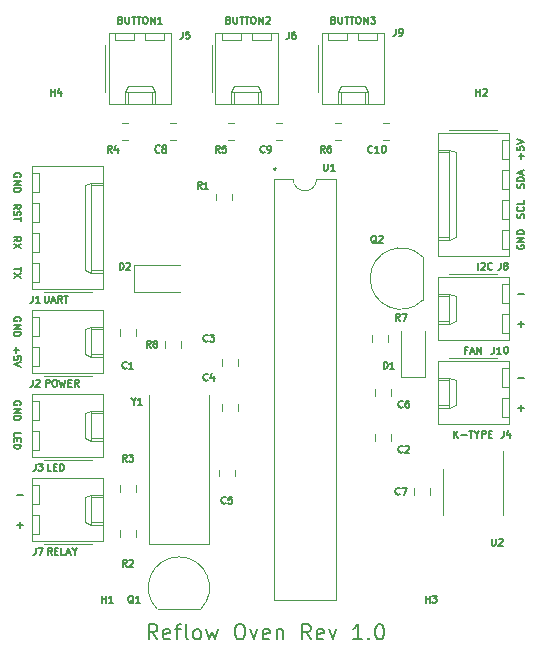
<source format=gbr>
%TF.GenerationSoftware,KiCad,Pcbnew,(5.1.6)-1*%
%TF.CreationDate,2021-03-31T20:23:18+03:00*%
%TF.ProjectId,reflow_oven,7265666c-6f77-45f6-9f76-656e2e6b6963,rev?*%
%TF.SameCoordinates,Original*%
%TF.FileFunction,Legend,Top*%
%TF.FilePolarity,Positive*%
%FSLAX46Y46*%
G04 Gerber Fmt 4.6, Leading zero omitted, Abs format (unit mm)*
G04 Created by KiCad (PCBNEW (5.1.6)-1) date 2021-03-31 20:23:18*
%MOMM*%
%LPD*%
G01*
G04 APERTURE LIST*
%ADD10C,0.150000*%
%ADD11C,0.120000*%
G04 APERTURE END LIST*
D10*
X56269142Y-52789142D02*
X56354857Y-52817714D01*
X56383428Y-52846285D01*
X56412000Y-52903428D01*
X56412000Y-52989142D01*
X56383428Y-53046285D01*
X56354857Y-53074857D01*
X56297714Y-53103428D01*
X56069142Y-53103428D01*
X56069142Y-52503428D01*
X56269142Y-52503428D01*
X56326285Y-52532000D01*
X56354857Y-52560571D01*
X56383428Y-52617714D01*
X56383428Y-52674857D01*
X56354857Y-52732000D01*
X56326285Y-52760571D01*
X56269142Y-52789142D01*
X56069142Y-52789142D01*
X56669142Y-52503428D02*
X56669142Y-52989142D01*
X56697714Y-53046285D01*
X56726285Y-53074857D01*
X56783428Y-53103428D01*
X56897714Y-53103428D01*
X56954857Y-53074857D01*
X56983428Y-53046285D01*
X57012000Y-52989142D01*
X57012000Y-52503428D01*
X57212000Y-52503428D02*
X57554857Y-52503428D01*
X57383428Y-53103428D02*
X57383428Y-52503428D01*
X57669142Y-52503428D02*
X58012000Y-52503428D01*
X57840571Y-53103428D02*
X57840571Y-52503428D01*
X58326285Y-52503428D02*
X58440571Y-52503428D01*
X58497714Y-52532000D01*
X58554857Y-52589142D01*
X58583428Y-52703428D01*
X58583428Y-52903428D01*
X58554857Y-53017714D01*
X58497714Y-53074857D01*
X58440571Y-53103428D01*
X58326285Y-53103428D01*
X58269142Y-53074857D01*
X58212000Y-53017714D01*
X58183428Y-52903428D01*
X58183428Y-52703428D01*
X58212000Y-52589142D01*
X58269142Y-52532000D01*
X58326285Y-52503428D01*
X58840571Y-53103428D02*
X58840571Y-52503428D01*
X59183428Y-53103428D01*
X59183428Y-52503428D01*
X59412000Y-52503428D02*
X59783428Y-52503428D01*
X59583428Y-52732000D01*
X59669142Y-52732000D01*
X59726285Y-52760571D01*
X59754857Y-52789142D01*
X59783428Y-52846285D01*
X59783428Y-52989142D01*
X59754857Y-53046285D01*
X59726285Y-53074857D01*
X59669142Y-53103428D01*
X59497714Y-53103428D01*
X59440571Y-53074857D01*
X59412000Y-53046285D01*
X67586285Y-80729142D02*
X67386285Y-80729142D01*
X67386285Y-81043428D02*
X67386285Y-80443428D01*
X67672000Y-80443428D01*
X67872000Y-80872000D02*
X68157714Y-80872000D01*
X67814857Y-81043428D02*
X68014857Y-80443428D01*
X68214857Y-81043428D01*
X68414857Y-81043428D02*
X68414857Y-80443428D01*
X68757714Y-81043428D01*
X68757714Y-80443428D01*
X29489428Y-93006857D02*
X29946571Y-93006857D01*
X29489428Y-95546857D02*
X29946571Y-95546857D01*
X29718000Y-95775428D02*
X29718000Y-95318285D01*
X71907428Y-75988857D02*
X72364571Y-75988857D01*
X71907428Y-78528857D02*
X72364571Y-78528857D01*
X72136000Y-78757428D02*
X72136000Y-78300285D01*
X47379142Y-52789142D02*
X47464857Y-52817714D01*
X47493428Y-52846285D01*
X47522000Y-52903428D01*
X47522000Y-52989142D01*
X47493428Y-53046285D01*
X47464857Y-53074857D01*
X47407714Y-53103428D01*
X47179142Y-53103428D01*
X47179142Y-52503428D01*
X47379142Y-52503428D01*
X47436285Y-52532000D01*
X47464857Y-52560571D01*
X47493428Y-52617714D01*
X47493428Y-52674857D01*
X47464857Y-52732000D01*
X47436285Y-52760571D01*
X47379142Y-52789142D01*
X47179142Y-52789142D01*
X47779142Y-52503428D02*
X47779142Y-52989142D01*
X47807714Y-53046285D01*
X47836285Y-53074857D01*
X47893428Y-53103428D01*
X48007714Y-53103428D01*
X48064857Y-53074857D01*
X48093428Y-53046285D01*
X48122000Y-52989142D01*
X48122000Y-52503428D01*
X48322000Y-52503428D02*
X48664857Y-52503428D01*
X48493428Y-53103428D02*
X48493428Y-52503428D01*
X48779142Y-52503428D02*
X49122000Y-52503428D01*
X48950571Y-53103428D02*
X48950571Y-52503428D01*
X49436285Y-52503428D02*
X49550571Y-52503428D01*
X49607714Y-52532000D01*
X49664857Y-52589142D01*
X49693428Y-52703428D01*
X49693428Y-52903428D01*
X49664857Y-53017714D01*
X49607714Y-53074857D01*
X49550571Y-53103428D01*
X49436285Y-53103428D01*
X49379142Y-53074857D01*
X49322000Y-53017714D01*
X49293428Y-52903428D01*
X49293428Y-52703428D01*
X49322000Y-52589142D01*
X49379142Y-52532000D01*
X49436285Y-52503428D01*
X49950571Y-53103428D02*
X49950571Y-52503428D01*
X50293428Y-53103428D01*
X50293428Y-52503428D01*
X50550571Y-52560571D02*
X50579142Y-52532000D01*
X50636285Y-52503428D01*
X50779142Y-52503428D01*
X50836285Y-52532000D01*
X50864857Y-52560571D01*
X50893428Y-52617714D01*
X50893428Y-52674857D01*
X50864857Y-52760571D01*
X50522000Y-53103428D01*
X50893428Y-53103428D01*
X38235142Y-52789142D02*
X38320857Y-52817714D01*
X38349428Y-52846285D01*
X38378000Y-52903428D01*
X38378000Y-52989142D01*
X38349428Y-53046285D01*
X38320857Y-53074857D01*
X38263714Y-53103428D01*
X38035142Y-53103428D01*
X38035142Y-52503428D01*
X38235142Y-52503428D01*
X38292285Y-52532000D01*
X38320857Y-52560571D01*
X38349428Y-52617714D01*
X38349428Y-52674857D01*
X38320857Y-52732000D01*
X38292285Y-52760571D01*
X38235142Y-52789142D01*
X38035142Y-52789142D01*
X38635142Y-52503428D02*
X38635142Y-52989142D01*
X38663714Y-53046285D01*
X38692285Y-53074857D01*
X38749428Y-53103428D01*
X38863714Y-53103428D01*
X38920857Y-53074857D01*
X38949428Y-53046285D01*
X38978000Y-52989142D01*
X38978000Y-52503428D01*
X39178000Y-52503428D02*
X39520857Y-52503428D01*
X39349428Y-53103428D02*
X39349428Y-52503428D01*
X39635142Y-52503428D02*
X39978000Y-52503428D01*
X39806571Y-53103428D02*
X39806571Y-52503428D01*
X40292285Y-52503428D02*
X40406571Y-52503428D01*
X40463714Y-52532000D01*
X40520857Y-52589142D01*
X40549428Y-52703428D01*
X40549428Y-52903428D01*
X40520857Y-53017714D01*
X40463714Y-53074857D01*
X40406571Y-53103428D01*
X40292285Y-53103428D01*
X40235142Y-53074857D01*
X40178000Y-53017714D01*
X40149428Y-52903428D01*
X40149428Y-52703428D01*
X40178000Y-52589142D01*
X40235142Y-52532000D01*
X40292285Y-52503428D01*
X40806571Y-53103428D02*
X40806571Y-52503428D01*
X41149428Y-53103428D01*
X41149428Y-52503428D01*
X41749428Y-53103428D02*
X41406571Y-53103428D01*
X41578000Y-53103428D02*
X41578000Y-52503428D01*
X41520857Y-52589142D01*
X41463714Y-52646285D01*
X41406571Y-52674857D01*
X29192571Y-88006285D02*
X29192571Y-87720571D01*
X29792571Y-87720571D01*
X29506857Y-88206285D02*
X29506857Y-88406285D01*
X29192571Y-88492000D02*
X29192571Y-88206285D01*
X29792571Y-88206285D01*
X29792571Y-88492000D01*
X29192571Y-88749142D02*
X29792571Y-88749142D01*
X29792571Y-88892000D01*
X29764000Y-88977714D01*
X29706857Y-89034857D01*
X29649714Y-89063428D01*
X29535428Y-89092000D01*
X29449714Y-89092000D01*
X29335428Y-89063428D01*
X29278285Y-89034857D01*
X29221142Y-88977714D01*
X29192571Y-88892000D01*
X29192571Y-88749142D01*
X29764000Y-85394857D02*
X29792571Y-85337714D01*
X29792571Y-85252000D01*
X29764000Y-85166285D01*
X29706857Y-85109142D01*
X29649714Y-85080571D01*
X29535428Y-85052000D01*
X29449714Y-85052000D01*
X29335428Y-85080571D01*
X29278285Y-85109142D01*
X29221142Y-85166285D01*
X29192571Y-85252000D01*
X29192571Y-85309142D01*
X29221142Y-85394857D01*
X29249714Y-85423428D01*
X29449714Y-85423428D01*
X29449714Y-85309142D01*
X29192571Y-85680571D02*
X29792571Y-85680571D01*
X29192571Y-86023428D01*
X29792571Y-86023428D01*
X29192571Y-86309142D02*
X29792571Y-86309142D01*
X29792571Y-86452000D01*
X29764000Y-86537714D01*
X29706857Y-86594857D01*
X29649714Y-86623428D01*
X29535428Y-86652000D01*
X29449714Y-86652000D01*
X29335428Y-86623428D01*
X29278285Y-86594857D01*
X29221142Y-86537714D01*
X29192571Y-86452000D01*
X29192571Y-86309142D01*
X29421142Y-80508571D02*
X29421142Y-80965714D01*
X29192571Y-80737142D02*
X29649714Y-80737142D01*
X29792571Y-81537142D02*
X29792571Y-81251428D01*
X29506857Y-81222857D01*
X29535428Y-81251428D01*
X29564000Y-81308571D01*
X29564000Y-81451428D01*
X29535428Y-81508571D01*
X29506857Y-81537142D01*
X29449714Y-81565714D01*
X29306857Y-81565714D01*
X29249714Y-81537142D01*
X29221142Y-81508571D01*
X29192571Y-81451428D01*
X29192571Y-81308571D01*
X29221142Y-81251428D01*
X29249714Y-81222857D01*
X29792571Y-81737142D02*
X29192571Y-81937142D01*
X29792571Y-82137142D01*
X29764000Y-78282857D02*
X29792571Y-78225714D01*
X29792571Y-78140000D01*
X29764000Y-78054285D01*
X29706857Y-77997142D01*
X29649714Y-77968571D01*
X29535428Y-77940000D01*
X29449714Y-77940000D01*
X29335428Y-77968571D01*
X29278285Y-77997142D01*
X29221142Y-78054285D01*
X29192571Y-78140000D01*
X29192571Y-78197142D01*
X29221142Y-78282857D01*
X29249714Y-78311428D01*
X29449714Y-78311428D01*
X29449714Y-78197142D01*
X29192571Y-78568571D02*
X29792571Y-78568571D01*
X29192571Y-78911428D01*
X29792571Y-78911428D01*
X29192571Y-79197142D02*
X29792571Y-79197142D01*
X29792571Y-79340000D01*
X29764000Y-79425714D01*
X29706857Y-79482857D01*
X29649714Y-79511428D01*
X29535428Y-79540000D01*
X29449714Y-79540000D01*
X29335428Y-79511428D01*
X29278285Y-79482857D01*
X29221142Y-79425714D01*
X29192571Y-79340000D01*
X29192571Y-79197142D01*
X68502285Y-73931428D02*
X68502285Y-73331428D01*
X68759428Y-73388571D02*
X68788000Y-73360000D01*
X68845142Y-73331428D01*
X68988000Y-73331428D01*
X69045142Y-73360000D01*
X69073714Y-73388571D01*
X69102285Y-73445714D01*
X69102285Y-73502857D01*
X69073714Y-73588571D01*
X68730857Y-73931428D01*
X69102285Y-73931428D01*
X69702285Y-73874285D02*
X69673714Y-73902857D01*
X69588000Y-73931428D01*
X69530857Y-73931428D01*
X69445142Y-73902857D01*
X69388000Y-73845714D01*
X69359428Y-73788571D01*
X69330857Y-73674285D01*
X69330857Y-73588571D01*
X69359428Y-73474285D01*
X69388000Y-73417142D01*
X69445142Y-73360000D01*
X69530857Y-73331428D01*
X69588000Y-73331428D01*
X69673714Y-73360000D01*
X69702285Y-73388571D01*
X32431142Y-98061428D02*
X32231142Y-97775714D01*
X32088285Y-98061428D02*
X32088285Y-97461428D01*
X32316857Y-97461428D01*
X32374000Y-97490000D01*
X32402571Y-97518571D01*
X32431142Y-97575714D01*
X32431142Y-97661428D01*
X32402571Y-97718571D01*
X32374000Y-97747142D01*
X32316857Y-97775714D01*
X32088285Y-97775714D01*
X32688285Y-97747142D02*
X32888285Y-97747142D01*
X32974000Y-98061428D02*
X32688285Y-98061428D01*
X32688285Y-97461428D01*
X32974000Y-97461428D01*
X33516857Y-98061428D02*
X33231142Y-98061428D01*
X33231142Y-97461428D01*
X33688285Y-97890000D02*
X33974000Y-97890000D01*
X33631142Y-98061428D02*
X33831142Y-97461428D01*
X34031142Y-98061428D01*
X34345428Y-97775714D02*
X34345428Y-98061428D01*
X34145428Y-97461428D02*
X34345428Y-97775714D01*
X34545428Y-97461428D01*
X32380285Y-90949428D02*
X32094571Y-90949428D01*
X32094571Y-90349428D01*
X32580285Y-90635142D02*
X32780285Y-90635142D01*
X32866000Y-90949428D02*
X32580285Y-90949428D01*
X32580285Y-90349428D01*
X32866000Y-90349428D01*
X33123142Y-90949428D02*
X33123142Y-90349428D01*
X33266000Y-90349428D01*
X33351714Y-90378000D01*
X33408857Y-90435142D01*
X33437428Y-90492285D01*
X33466000Y-90606571D01*
X33466000Y-90692285D01*
X33437428Y-90806571D01*
X33408857Y-90863714D01*
X33351714Y-90920857D01*
X33266000Y-90949428D01*
X33123142Y-90949428D01*
X31888285Y-83837428D02*
X31888285Y-83237428D01*
X32116857Y-83237428D01*
X32174000Y-83266000D01*
X32202571Y-83294571D01*
X32231142Y-83351714D01*
X32231142Y-83437428D01*
X32202571Y-83494571D01*
X32174000Y-83523142D01*
X32116857Y-83551714D01*
X31888285Y-83551714D01*
X32602571Y-83237428D02*
X32716857Y-83237428D01*
X32774000Y-83266000D01*
X32831142Y-83323142D01*
X32859714Y-83437428D01*
X32859714Y-83637428D01*
X32831142Y-83751714D01*
X32774000Y-83808857D01*
X32716857Y-83837428D01*
X32602571Y-83837428D01*
X32545428Y-83808857D01*
X32488285Y-83751714D01*
X32459714Y-83637428D01*
X32459714Y-83437428D01*
X32488285Y-83323142D01*
X32545428Y-83266000D01*
X32602571Y-83237428D01*
X33059714Y-83237428D02*
X33202571Y-83837428D01*
X33316857Y-83408857D01*
X33431142Y-83837428D01*
X33574000Y-83237428D01*
X33802571Y-83523142D02*
X34002571Y-83523142D01*
X34088285Y-83837428D02*
X33802571Y-83837428D01*
X33802571Y-83237428D01*
X34088285Y-83237428D01*
X34688285Y-83837428D02*
X34488285Y-83551714D01*
X34345428Y-83837428D02*
X34345428Y-83237428D01*
X34574000Y-83237428D01*
X34631142Y-83266000D01*
X34659714Y-83294571D01*
X34688285Y-83351714D01*
X34688285Y-83437428D01*
X34659714Y-83494571D01*
X34631142Y-83523142D01*
X34574000Y-83551714D01*
X34345428Y-83551714D01*
X31808857Y-76125428D02*
X31808857Y-76611142D01*
X31837428Y-76668285D01*
X31866000Y-76696857D01*
X31923142Y-76725428D01*
X32037428Y-76725428D01*
X32094571Y-76696857D01*
X32123142Y-76668285D01*
X32151714Y-76611142D01*
X32151714Y-76125428D01*
X32408857Y-76554000D02*
X32694571Y-76554000D01*
X32351714Y-76725428D02*
X32551714Y-76125428D01*
X32751714Y-76725428D01*
X33294571Y-76725428D02*
X33094571Y-76439714D01*
X32951714Y-76725428D02*
X32951714Y-76125428D01*
X33180285Y-76125428D01*
X33237428Y-76154000D01*
X33266000Y-76182571D01*
X33294571Y-76239714D01*
X33294571Y-76325428D01*
X33266000Y-76382571D01*
X33237428Y-76411142D01*
X33180285Y-76439714D01*
X32951714Y-76439714D01*
X33466000Y-76125428D02*
X33808857Y-76125428D01*
X33637428Y-76725428D02*
X33637428Y-76125428D01*
X66486285Y-88155428D02*
X66486285Y-87555428D01*
X66829142Y-88155428D02*
X66572000Y-87812571D01*
X66829142Y-87555428D02*
X66486285Y-87898285D01*
X67086285Y-87926857D02*
X67543428Y-87926857D01*
X67743428Y-87555428D02*
X68086285Y-87555428D01*
X67914857Y-88155428D02*
X67914857Y-87555428D01*
X68400571Y-87869714D02*
X68400571Y-88155428D01*
X68200571Y-87555428D02*
X68400571Y-87869714D01*
X68600571Y-87555428D01*
X68800571Y-88155428D02*
X68800571Y-87555428D01*
X69029142Y-87555428D01*
X69086285Y-87584000D01*
X69114857Y-87612571D01*
X69143428Y-87669714D01*
X69143428Y-87755428D01*
X69114857Y-87812571D01*
X69086285Y-87841142D01*
X69029142Y-87869714D01*
X68800571Y-87869714D01*
X69400571Y-87841142D02*
X69600571Y-87841142D01*
X69686285Y-88155428D02*
X69400571Y-88155428D01*
X69400571Y-87555428D01*
X69686285Y-87555428D01*
X29764000Y-66090857D02*
X29792571Y-66033714D01*
X29792571Y-65948000D01*
X29764000Y-65862285D01*
X29706857Y-65805142D01*
X29649714Y-65776571D01*
X29535428Y-65748000D01*
X29449714Y-65748000D01*
X29335428Y-65776571D01*
X29278285Y-65805142D01*
X29221142Y-65862285D01*
X29192571Y-65948000D01*
X29192571Y-66005142D01*
X29221142Y-66090857D01*
X29249714Y-66119428D01*
X29449714Y-66119428D01*
X29449714Y-66005142D01*
X29192571Y-66376571D02*
X29792571Y-66376571D01*
X29192571Y-66719428D01*
X29792571Y-66719428D01*
X29192571Y-67005142D02*
X29792571Y-67005142D01*
X29792571Y-67148000D01*
X29764000Y-67233714D01*
X29706857Y-67290857D01*
X29649714Y-67319428D01*
X29535428Y-67348000D01*
X29449714Y-67348000D01*
X29335428Y-67319428D01*
X29278285Y-67290857D01*
X29221142Y-67233714D01*
X29192571Y-67148000D01*
X29192571Y-67005142D01*
X29792571Y-73710857D02*
X29792571Y-74053714D01*
X29192571Y-73882285D02*
X29792571Y-73882285D01*
X29792571Y-74196571D02*
X29192571Y-74596571D01*
X29792571Y-74596571D02*
X29192571Y-74196571D01*
X29192571Y-71528000D02*
X29478285Y-71328000D01*
X29192571Y-71185142D02*
X29792571Y-71185142D01*
X29792571Y-71413714D01*
X29764000Y-71470857D01*
X29735428Y-71499428D01*
X29678285Y-71528000D01*
X29592571Y-71528000D01*
X29535428Y-71499428D01*
X29506857Y-71470857D01*
X29478285Y-71413714D01*
X29478285Y-71185142D01*
X29792571Y-71728000D02*
X29192571Y-72128000D01*
X29792571Y-72128000D02*
X29192571Y-71728000D01*
X29192571Y-68759428D02*
X29478285Y-68559428D01*
X29192571Y-68416571D02*
X29792571Y-68416571D01*
X29792571Y-68645142D01*
X29764000Y-68702285D01*
X29735428Y-68730857D01*
X29678285Y-68759428D01*
X29592571Y-68759428D01*
X29535428Y-68730857D01*
X29506857Y-68702285D01*
X29478285Y-68645142D01*
X29478285Y-68416571D01*
X29221142Y-68988000D02*
X29192571Y-69073714D01*
X29192571Y-69216571D01*
X29221142Y-69273714D01*
X29249714Y-69302285D01*
X29306857Y-69330857D01*
X29364000Y-69330857D01*
X29421142Y-69302285D01*
X29449714Y-69273714D01*
X29478285Y-69216571D01*
X29506857Y-69102285D01*
X29535428Y-69045142D01*
X29564000Y-69016571D01*
X29621142Y-68988000D01*
X29678285Y-68988000D01*
X29735428Y-69016571D01*
X29764000Y-69045142D01*
X29792571Y-69102285D01*
X29792571Y-69245142D01*
X29764000Y-69330857D01*
X29792571Y-69502285D02*
X29792571Y-69845142D01*
X29192571Y-69673714D02*
X29792571Y-69673714D01*
X71836000Y-71831142D02*
X71807428Y-71888285D01*
X71807428Y-71974000D01*
X71836000Y-72059714D01*
X71893142Y-72116857D01*
X71950285Y-72145428D01*
X72064571Y-72174000D01*
X72150285Y-72174000D01*
X72264571Y-72145428D01*
X72321714Y-72116857D01*
X72378857Y-72059714D01*
X72407428Y-71974000D01*
X72407428Y-71916857D01*
X72378857Y-71831142D01*
X72350285Y-71802571D01*
X72150285Y-71802571D01*
X72150285Y-71916857D01*
X72407428Y-71545428D02*
X71807428Y-71545428D01*
X72407428Y-71202571D01*
X71807428Y-71202571D01*
X72407428Y-70916857D02*
X71807428Y-70916857D01*
X71807428Y-70774000D01*
X71836000Y-70688285D01*
X71893142Y-70631142D01*
X71950285Y-70602571D01*
X72064571Y-70574000D01*
X72150285Y-70574000D01*
X72264571Y-70602571D01*
X72321714Y-70631142D01*
X72378857Y-70688285D01*
X72407428Y-70774000D01*
X72407428Y-70916857D01*
X72178857Y-64525428D02*
X72178857Y-64068285D01*
X72407428Y-64296857D02*
X71950285Y-64296857D01*
X71807428Y-63496857D02*
X71807428Y-63782571D01*
X72093142Y-63811142D01*
X72064571Y-63782571D01*
X72036000Y-63725428D01*
X72036000Y-63582571D01*
X72064571Y-63525428D01*
X72093142Y-63496857D01*
X72150285Y-63468285D01*
X72293142Y-63468285D01*
X72350285Y-63496857D01*
X72378857Y-63525428D01*
X72407428Y-63582571D01*
X72407428Y-63725428D01*
X72378857Y-63782571D01*
X72350285Y-63811142D01*
X71807428Y-63296857D02*
X72407428Y-63096857D01*
X71807428Y-62896857D01*
X72378857Y-67022571D02*
X72407428Y-66936857D01*
X72407428Y-66794000D01*
X72378857Y-66736857D01*
X72350285Y-66708285D01*
X72293142Y-66679714D01*
X72236000Y-66679714D01*
X72178857Y-66708285D01*
X72150285Y-66736857D01*
X72121714Y-66794000D01*
X72093142Y-66908285D01*
X72064571Y-66965428D01*
X72036000Y-66994000D01*
X71978857Y-67022571D01*
X71921714Y-67022571D01*
X71864571Y-66994000D01*
X71836000Y-66965428D01*
X71807428Y-66908285D01*
X71807428Y-66765428D01*
X71836000Y-66679714D01*
X72407428Y-66422571D02*
X71807428Y-66422571D01*
X71807428Y-66279714D01*
X71836000Y-66194000D01*
X71893142Y-66136857D01*
X71950285Y-66108285D01*
X72064571Y-66079714D01*
X72150285Y-66079714D01*
X72264571Y-66108285D01*
X72321714Y-66136857D01*
X72378857Y-66194000D01*
X72407428Y-66279714D01*
X72407428Y-66422571D01*
X72236000Y-65851142D02*
X72236000Y-65565428D01*
X72407428Y-65908285D02*
X71807428Y-65708285D01*
X72407428Y-65508285D01*
X72378857Y-69548285D02*
X72407428Y-69462571D01*
X72407428Y-69319714D01*
X72378857Y-69262571D01*
X72350285Y-69234000D01*
X72293142Y-69205428D01*
X72236000Y-69205428D01*
X72178857Y-69234000D01*
X72150285Y-69262571D01*
X72121714Y-69319714D01*
X72093142Y-69434000D01*
X72064571Y-69491142D01*
X72036000Y-69519714D01*
X71978857Y-69548285D01*
X71921714Y-69548285D01*
X71864571Y-69519714D01*
X71836000Y-69491142D01*
X71807428Y-69434000D01*
X71807428Y-69291142D01*
X71836000Y-69205428D01*
X72350285Y-68605428D02*
X72378857Y-68634000D01*
X72407428Y-68719714D01*
X72407428Y-68776857D01*
X72378857Y-68862571D01*
X72321714Y-68919714D01*
X72264571Y-68948285D01*
X72150285Y-68976857D01*
X72064571Y-68976857D01*
X71950285Y-68948285D01*
X71893142Y-68919714D01*
X71836000Y-68862571D01*
X71807428Y-68776857D01*
X71807428Y-68719714D01*
X71836000Y-68634000D01*
X71864571Y-68605428D01*
X72407428Y-68062571D02*
X72407428Y-68348285D01*
X71807428Y-68348285D01*
X71907428Y-85640857D02*
X72364571Y-85640857D01*
X72136000Y-85869428D02*
X72136000Y-85412285D01*
X71907428Y-83100857D02*
X72364571Y-83100857D01*
X41353142Y-105236095D02*
X40919809Y-104617047D01*
X40610285Y-105236095D02*
X40610285Y-103936095D01*
X41105523Y-103936095D01*
X41229333Y-103998000D01*
X41291238Y-104059904D01*
X41353142Y-104183714D01*
X41353142Y-104369428D01*
X41291238Y-104493238D01*
X41229333Y-104555142D01*
X41105523Y-104617047D01*
X40610285Y-104617047D01*
X42405523Y-105174190D02*
X42281714Y-105236095D01*
X42034095Y-105236095D01*
X41910285Y-105174190D01*
X41848380Y-105050380D01*
X41848380Y-104555142D01*
X41910285Y-104431333D01*
X42034095Y-104369428D01*
X42281714Y-104369428D01*
X42405523Y-104431333D01*
X42467428Y-104555142D01*
X42467428Y-104678952D01*
X41848380Y-104802761D01*
X42838857Y-104369428D02*
X43334095Y-104369428D01*
X43024571Y-105236095D02*
X43024571Y-104121809D01*
X43086476Y-103998000D01*
X43210285Y-103936095D01*
X43334095Y-103936095D01*
X43953142Y-105236095D02*
X43829333Y-105174190D01*
X43767428Y-105050380D01*
X43767428Y-103936095D01*
X44634095Y-105236095D02*
X44510285Y-105174190D01*
X44448380Y-105112285D01*
X44386476Y-104988476D01*
X44386476Y-104617047D01*
X44448380Y-104493238D01*
X44510285Y-104431333D01*
X44634095Y-104369428D01*
X44819809Y-104369428D01*
X44943619Y-104431333D01*
X45005523Y-104493238D01*
X45067428Y-104617047D01*
X45067428Y-104988476D01*
X45005523Y-105112285D01*
X44943619Y-105174190D01*
X44819809Y-105236095D01*
X44634095Y-105236095D01*
X45500761Y-104369428D02*
X45748380Y-105236095D01*
X45996000Y-104617047D01*
X46243619Y-105236095D01*
X46491238Y-104369428D01*
X48224571Y-103936095D02*
X48472190Y-103936095D01*
X48596000Y-103998000D01*
X48719809Y-104121809D01*
X48781714Y-104369428D01*
X48781714Y-104802761D01*
X48719809Y-105050380D01*
X48596000Y-105174190D01*
X48472190Y-105236095D01*
X48224571Y-105236095D01*
X48100761Y-105174190D01*
X47976952Y-105050380D01*
X47915047Y-104802761D01*
X47915047Y-104369428D01*
X47976952Y-104121809D01*
X48100761Y-103998000D01*
X48224571Y-103936095D01*
X49215047Y-104369428D02*
X49524571Y-105236095D01*
X49834095Y-104369428D01*
X50824571Y-105174190D02*
X50700761Y-105236095D01*
X50453142Y-105236095D01*
X50329333Y-105174190D01*
X50267428Y-105050380D01*
X50267428Y-104555142D01*
X50329333Y-104431333D01*
X50453142Y-104369428D01*
X50700761Y-104369428D01*
X50824571Y-104431333D01*
X50886476Y-104555142D01*
X50886476Y-104678952D01*
X50267428Y-104802761D01*
X51443619Y-104369428D02*
X51443619Y-105236095D01*
X51443619Y-104493238D02*
X51505523Y-104431333D01*
X51629333Y-104369428D01*
X51815047Y-104369428D01*
X51938857Y-104431333D01*
X52000761Y-104555142D01*
X52000761Y-105236095D01*
X54353142Y-105236095D02*
X53919809Y-104617047D01*
X53610285Y-105236095D02*
X53610285Y-103936095D01*
X54105523Y-103936095D01*
X54229333Y-103998000D01*
X54291238Y-104059904D01*
X54353142Y-104183714D01*
X54353142Y-104369428D01*
X54291238Y-104493238D01*
X54229333Y-104555142D01*
X54105523Y-104617047D01*
X53610285Y-104617047D01*
X55405523Y-105174190D02*
X55281714Y-105236095D01*
X55034095Y-105236095D01*
X54910285Y-105174190D01*
X54848380Y-105050380D01*
X54848380Y-104555142D01*
X54910285Y-104431333D01*
X55034095Y-104369428D01*
X55281714Y-104369428D01*
X55405523Y-104431333D01*
X55467428Y-104555142D01*
X55467428Y-104678952D01*
X54848380Y-104802761D01*
X55900761Y-104369428D02*
X56210285Y-105236095D01*
X56519809Y-104369428D01*
X58686476Y-105236095D02*
X57943619Y-105236095D01*
X58315047Y-105236095D02*
X58315047Y-103936095D01*
X58191238Y-104121809D01*
X58067428Y-104245619D01*
X57943619Y-104307523D01*
X59243619Y-105112285D02*
X59305523Y-105174190D01*
X59243619Y-105236095D01*
X59181714Y-105174190D01*
X59243619Y-105112285D01*
X59243619Y-105236095D01*
X60110285Y-103936095D02*
X60234095Y-103936095D01*
X60357904Y-103998000D01*
X60419809Y-104059904D01*
X60481714Y-104183714D01*
X60543619Y-104431333D01*
X60543619Y-104740857D01*
X60481714Y-104988476D01*
X60419809Y-105112285D01*
X60357904Y-105174190D01*
X60234095Y-105236095D01*
X60110285Y-105236095D01*
X59986476Y-105174190D01*
X59924571Y-105112285D01*
X59862666Y-104988476D01*
X59800761Y-104740857D01*
X59800761Y-104431333D01*
X59862666Y-104183714D01*
X59924571Y-104059904D01*
X59986476Y-103998000D01*
X60110285Y-103936095D01*
X51308000Y-65305714D02*
X51379428Y-65377142D01*
X51308000Y-65448571D01*
X51236571Y-65377142D01*
X51308000Y-65305714D01*
X51308000Y-65448571D01*
D11*
%TO.C,R2*%
X38152000Y-96524578D02*
X38152000Y-96007422D01*
X39572000Y-96524578D02*
X39572000Y-96007422D01*
%TO.C,C3*%
X48208000Y-82046578D02*
X48208000Y-81529422D01*
X46788000Y-82046578D02*
X46788000Y-81529422D01*
%TO.C,U1*%
X52848000Y-66234000D02*
X51198000Y-66234000D01*
X51198000Y-66234000D02*
X51198000Y-101914000D01*
X51198000Y-101914000D02*
X56498000Y-101914000D01*
X56498000Y-101914000D02*
X56498000Y-66234000D01*
X56498000Y-66234000D02*
X54848000Y-66234000D01*
X54848000Y-66234000D02*
G75*
G02*
X52848000Y-66234000I-1000000J0D01*
G01*
%TO.C,U2*%
X65512000Y-92710000D02*
X65512000Y-94660000D01*
X65512000Y-92710000D02*
X65512000Y-90760000D01*
X70632000Y-92710000D02*
X70632000Y-94660000D01*
X70632000Y-92710000D02*
X70632000Y-89260000D01*
%TO.C,Q1*%
X41380000Y-102688000D02*
X44980000Y-102688000D01*
X41341522Y-102676478D02*
G75*
G02*
X43180000Y-98238000I1838478J1838478D01*
G01*
X45018478Y-102676478D02*
G75*
G03*
X43180000Y-98238000I-1838478J1838478D01*
G01*
%TO.C,C1*%
X39572000Y-79506578D02*
X39572000Y-78989422D01*
X38152000Y-79506578D02*
X38152000Y-78989422D01*
%TO.C,C2*%
X59742000Y-88396578D02*
X59742000Y-87879422D01*
X61162000Y-88396578D02*
X61162000Y-87879422D01*
%TO.C,C4*%
X48208000Y-85339422D02*
X48208000Y-85856578D01*
X46788000Y-85339422D02*
X46788000Y-85856578D01*
%TO.C,C5*%
X47954000Y-90848922D02*
X47954000Y-91366078D01*
X46534000Y-90848922D02*
X46534000Y-91366078D01*
%TO.C,C6*%
X61162000Y-84586578D02*
X61162000Y-84069422D01*
X59742000Y-84586578D02*
X59742000Y-84069422D01*
%TO.C,C7*%
X63044000Y-92451422D02*
X63044000Y-92968578D01*
X64464000Y-92451422D02*
X64464000Y-92968578D01*
%TO.C,C8*%
X42413422Y-61520000D02*
X42930578Y-61520000D01*
X42413422Y-62940000D02*
X42930578Y-62940000D01*
%TO.C,C9*%
X51430422Y-61520000D02*
X51947578Y-61520000D01*
X51430422Y-62940000D02*
X51947578Y-62940000D01*
%TO.C,R1*%
X46280000Y-67998078D02*
X46280000Y-67480922D01*
X47700000Y-67998078D02*
X47700000Y-67480922D01*
%TO.C,R3*%
X39572000Y-92714578D02*
X39572000Y-92197422D01*
X38152000Y-92714578D02*
X38152000Y-92197422D01*
%TO.C,R4*%
X38349422Y-62940000D02*
X38866578Y-62940000D01*
X38349422Y-61520000D02*
X38866578Y-61520000D01*
%TO.C,R5*%
X47366422Y-61520000D02*
X47883578Y-61520000D01*
X47366422Y-62940000D02*
X47883578Y-62940000D01*
%TO.C,J1*%
X30752000Y-75548000D02*
X36772000Y-75548000D01*
X36772000Y-75548000D02*
X36772000Y-65168000D01*
X36772000Y-65168000D02*
X30752000Y-65168000D01*
X30752000Y-65168000D02*
X30752000Y-75548000D01*
X31782000Y-75838000D02*
X35782000Y-75838000D01*
X36772000Y-74168000D02*
X35772000Y-74168000D01*
X35772000Y-74168000D02*
X35772000Y-66548000D01*
X35772000Y-66548000D02*
X36772000Y-66548000D01*
X35772000Y-74168000D02*
X35242000Y-73918000D01*
X35242000Y-73918000D02*
X35242000Y-66798000D01*
X35242000Y-66798000D02*
X35772000Y-66548000D01*
X36772000Y-73918000D02*
X35772000Y-73918000D01*
X36772000Y-66798000D02*
X35772000Y-66798000D01*
X30752000Y-74968000D02*
X31352000Y-74968000D01*
X31352000Y-74968000D02*
X31352000Y-73368000D01*
X31352000Y-73368000D02*
X30752000Y-73368000D01*
X30752000Y-72428000D02*
X31352000Y-72428000D01*
X31352000Y-72428000D02*
X31352000Y-70828000D01*
X31352000Y-70828000D02*
X30752000Y-70828000D01*
X30752000Y-69888000D02*
X31352000Y-69888000D01*
X31352000Y-69888000D02*
X31352000Y-68288000D01*
X31352000Y-68288000D02*
X30752000Y-68288000D01*
X30752000Y-67348000D02*
X31352000Y-67348000D01*
X31352000Y-67348000D02*
X31352000Y-65748000D01*
X31352000Y-65748000D02*
X30752000Y-65748000D01*
%TO.C,J2*%
X30752000Y-82660000D02*
X36772000Y-82660000D01*
X36772000Y-82660000D02*
X36772000Y-77360000D01*
X36772000Y-77360000D02*
X30752000Y-77360000D01*
X30752000Y-77360000D02*
X30752000Y-82660000D01*
X31782000Y-82950000D02*
X35782000Y-82950000D01*
X36772000Y-81280000D02*
X35772000Y-81280000D01*
X35772000Y-81280000D02*
X35772000Y-78740000D01*
X35772000Y-78740000D02*
X36772000Y-78740000D01*
X35772000Y-81280000D02*
X35242000Y-81030000D01*
X35242000Y-81030000D02*
X35242000Y-78990000D01*
X35242000Y-78990000D02*
X35772000Y-78740000D01*
X36772000Y-81030000D02*
X35772000Y-81030000D01*
X36772000Y-78990000D02*
X35772000Y-78990000D01*
X30752000Y-82080000D02*
X31352000Y-82080000D01*
X31352000Y-82080000D02*
X31352000Y-80480000D01*
X31352000Y-80480000D02*
X30752000Y-80480000D01*
X30752000Y-79540000D02*
X31352000Y-79540000D01*
X31352000Y-79540000D02*
X31352000Y-77940000D01*
X31352000Y-77940000D02*
X30752000Y-77940000D01*
%TO.C,J3*%
X31352000Y-85052000D02*
X30752000Y-85052000D01*
X31352000Y-86652000D02*
X31352000Y-85052000D01*
X30752000Y-86652000D02*
X31352000Y-86652000D01*
X31352000Y-87592000D02*
X30752000Y-87592000D01*
X31352000Y-89192000D02*
X31352000Y-87592000D01*
X30752000Y-89192000D02*
X31352000Y-89192000D01*
X36772000Y-86102000D02*
X35772000Y-86102000D01*
X36772000Y-88142000D02*
X35772000Y-88142000D01*
X35242000Y-86102000D02*
X35772000Y-85852000D01*
X35242000Y-88142000D02*
X35242000Y-86102000D01*
X35772000Y-88392000D02*
X35242000Y-88142000D01*
X35772000Y-85852000D02*
X36772000Y-85852000D01*
X35772000Y-88392000D02*
X35772000Y-85852000D01*
X36772000Y-88392000D02*
X35772000Y-88392000D01*
X31782000Y-90062000D02*
X35782000Y-90062000D01*
X30752000Y-84472000D02*
X30752000Y-89772000D01*
X36772000Y-84472000D02*
X30752000Y-84472000D01*
X36772000Y-89772000D02*
X36772000Y-84472000D01*
X30752000Y-89772000D02*
X36772000Y-89772000D01*
%TO.C,J4*%
X70502000Y-86398000D02*
X71102000Y-86398000D01*
X70502000Y-84798000D02*
X70502000Y-86398000D01*
X71102000Y-84798000D02*
X70502000Y-84798000D01*
X70502000Y-83858000D02*
X71102000Y-83858000D01*
X70502000Y-82258000D02*
X70502000Y-83858000D01*
X71102000Y-82258000D02*
X70502000Y-82258000D01*
X65082000Y-85348000D02*
X66082000Y-85348000D01*
X65082000Y-83308000D02*
X66082000Y-83308000D01*
X66612000Y-85348000D02*
X66082000Y-85598000D01*
X66612000Y-83308000D02*
X66612000Y-85348000D01*
X66082000Y-83058000D02*
X66612000Y-83308000D01*
X66082000Y-85598000D02*
X65082000Y-85598000D01*
X66082000Y-83058000D02*
X66082000Y-85598000D01*
X65082000Y-83058000D02*
X66082000Y-83058000D01*
X70072000Y-81388000D02*
X66072000Y-81388000D01*
X71102000Y-86978000D02*
X71102000Y-81678000D01*
X65082000Y-86978000D02*
X71102000Y-86978000D01*
X65082000Y-81678000D02*
X65082000Y-86978000D01*
X71102000Y-81678000D02*
X65082000Y-81678000D01*
%TO.C,J5*%
X37228000Y-53866000D02*
X37228000Y-59886000D01*
X37228000Y-59886000D02*
X42528000Y-59886000D01*
X42528000Y-59886000D02*
X42528000Y-53866000D01*
X42528000Y-53866000D02*
X37228000Y-53866000D01*
X36938000Y-54896000D02*
X36938000Y-58896000D01*
X38608000Y-59886000D02*
X38608000Y-58886000D01*
X38608000Y-58886000D02*
X41148000Y-58886000D01*
X41148000Y-58886000D02*
X41148000Y-59886000D01*
X38608000Y-58886000D02*
X38858000Y-58356000D01*
X38858000Y-58356000D02*
X40898000Y-58356000D01*
X40898000Y-58356000D02*
X41148000Y-58886000D01*
X38858000Y-59886000D02*
X38858000Y-58886000D01*
X40898000Y-59886000D02*
X40898000Y-58886000D01*
X37808000Y-53866000D02*
X37808000Y-54466000D01*
X37808000Y-54466000D02*
X39408000Y-54466000D01*
X39408000Y-54466000D02*
X39408000Y-53866000D01*
X40348000Y-53866000D02*
X40348000Y-54466000D01*
X40348000Y-54466000D02*
X41948000Y-54466000D01*
X41948000Y-54466000D02*
X41948000Y-53866000D01*
%TO.C,J6*%
X50965000Y-54466000D02*
X50965000Y-53866000D01*
X49365000Y-54466000D02*
X50965000Y-54466000D01*
X49365000Y-53866000D02*
X49365000Y-54466000D01*
X48425000Y-54466000D02*
X48425000Y-53866000D01*
X46825000Y-54466000D02*
X48425000Y-54466000D01*
X46825000Y-53866000D02*
X46825000Y-54466000D01*
X49915000Y-59886000D02*
X49915000Y-58886000D01*
X47875000Y-59886000D02*
X47875000Y-58886000D01*
X49915000Y-58356000D02*
X50165000Y-58886000D01*
X47875000Y-58356000D02*
X49915000Y-58356000D01*
X47625000Y-58886000D02*
X47875000Y-58356000D01*
X50165000Y-58886000D02*
X50165000Y-59886000D01*
X47625000Y-58886000D02*
X50165000Y-58886000D01*
X47625000Y-59886000D02*
X47625000Y-58886000D01*
X45955000Y-54896000D02*
X45955000Y-58896000D01*
X51545000Y-53866000D02*
X46245000Y-53866000D01*
X51545000Y-59886000D02*
X51545000Y-53866000D01*
X46245000Y-59886000D02*
X51545000Y-59886000D01*
X46245000Y-53866000D02*
X46245000Y-59886000D01*
%TO.C,J7*%
X30752000Y-96884000D02*
X36772000Y-96884000D01*
X36772000Y-96884000D02*
X36772000Y-91584000D01*
X36772000Y-91584000D02*
X30752000Y-91584000D01*
X30752000Y-91584000D02*
X30752000Y-96884000D01*
X31782000Y-97174000D02*
X35782000Y-97174000D01*
X36772000Y-95504000D02*
X35772000Y-95504000D01*
X35772000Y-95504000D02*
X35772000Y-92964000D01*
X35772000Y-92964000D02*
X36772000Y-92964000D01*
X35772000Y-95504000D02*
X35242000Y-95254000D01*
X35242000Y-95254000D02*
X35242000Y-93214000D01*
X35242000Y-93214000D02*
X35772000Y-92964000D01*
X36772000Y-95254000D02*
X35772000Y-95254000D01*
X36772000Y-93214000D02*
X35772000Y-93214000D01*
X30752000Y-96304000D02*
X31352000Y-96304000D01*
X31352000Y-96304000D02*
X31352000Y-94704000D01*
X31352000Y-94704000D02*
X30752000Y-94704000D01*
X30752000Y-93764000D02*
X31352000Y-93764000D01*
X31352000Y-93764000D02*
X31352000Y-92164000D01*
X31352000Y-92164000D02*
X30752000Y-92164000D01*
%TO.C,J8*%
X70502000Y-72174000D02*
X71102000Y-72174000D01*
X70502000Y-70574000D02*
X70502000Y-72174000D01*
X71102000Y-70574000D02*
X70502000Y-70574000D01*
X70502000Y-69634000D02*
X71102000Y-69634000D01*
X70502000Y-68034000D02*
X70502000Y-69634000D01*
X71102000Y-68034000D02*
X70502000Y-68034000D01*
X70502000Y-67094000D02*
X71102000Y-67094000D01*
X70502000Y-65494000D02*
X70502000Y-67094000D01*
X71102000Y-65494000D02*
X70502000Y-65494000D01*
X70502000Y-64554000D02*
X71102000Y-64554000D01*
X70502000Y-62954000D02*
X70502000Y-64554000D01*
X71102000Y-62954000D02*
X70502000Y-62954000D01*
X65082000Y-71124000D02*
X66082000Y-71124000D01*
X65082000Y-64004000D02*
X66082000Y-64004000D01*
X66612000Y-71124000D02*
X66082000Y-71374000D01*
X66612000Y-64004000D02*
X66612000Y-71124000D01*
X66082000Y-63754000D02*
X66612000Y-64004000D01*
X66082000Y-71374000D02*
X65082000Y-71374000D01*
X66082000Y-63754000D02*
X66082000Y-71374000D01*
X65082000Y-63754000D02*
X66082000Y-63754000D01*
X70072000Y-62084000D02*
X66072000Y-62084000D01*
X71102000Y-72754000D02*
X71102000Y-62374000D01*
X65082000Y-72754000D02*
X71102000Y-72754000D01*
X65082000Y-62374000D02*
X65082000Y-72754000D01*
X71102000Y-62374000D02*
X65082000Y-62374000D01*
%TO.C,C10*%
X60447422Y-62940000D02*
X60964578Y-62940000D01*
X60447422Y-61520000D02*
X60964578Y-61520000D01*
%TO.C,J9*%
X59982000Y-54466000D02*
X59982000Y-53866000D01*
X58382000Y-54466000D02*
X59982000Y-54466000D01*
X58382000Y-53866000D02*
X58382000Y-54466000D01*
X57442000Y-54466000D02*
X57442000Y-53866000D01*
X55842000Y-54466000D02*
X57442000Y-54466000D01*
X55842000Y-53866000D02*
X55842000Y-54466000D01*
X58932000Y-59886000D02*
X58932000Y-58886000D01*
X56892000Y-59886000D02*
X56892000Y-58886000D01*
X58932000Y-58356000D02*
X59182000Y-58886000D01*
X56892000Y-58356000D02*
X58932000Y-58356000D01*
X56642000Y-58886000D02*
X56892000Y-58356000D01*
X59182000Y-58886000D02*
X59182000Y-59886000D01*
X56642000Y-58886000D02*
X59182000Y-58886000D01*
X56642000Y-59886000D02*
X56642000Y-58886000D01*
X54972000Y-54896000D02*
X54972000Y-58896000D01*
X60562000Y-53866000D02*
X55262000Y-53866000D01*
X60562000Y-59886000D02*
X60562000Y-53866000D01*
X55262000Y-59886000D02*
X60562000Y-59886000D01*
X55262000Y-53866000D02*
X55262000Y-59886000D01*
%TO.C,R6*%
X56383422Y-62940000D02*
X56900578Y-62940000D01*
X56383422Y-61520000D02*
X56900578Y-61520000D01*
%TO.C,D1*%
X61992000Y-83022000D02*
X61992000Y-79122000D01*
X63992000Y-83022000D02*
X63992000Y-79122000D01*
X61992000Y-83022000D02*
X63992000Y-83022000D01*
%TO.C,J10*%
X70502000Y-79286000D02*
X71102000Y-79286000D01*
X70502000Y-77686000D02*
X70502000Y-79286000D01*
X71102000Y-77686000D02*
X70502000Y-77686000D01*
X70502000Y-76746000D02*
X71102000Y-76746000D01*
X70502000Y-75146000D02*
X70502000Y-76746000D01*
X71102000Y-75146000D02*
X70502000Y-75146000D01*
X65082000Y-78236000D02*
X66082000Y-78236000D01*
X65082000Y-76196000D02*
X66082000Y-76196000D01*
X66612000Y-78236000D02*
X66082000Y-78486000D01*
X66612000Y-76196000D02*
X66612000Y-78236000D01*
X66082000Y-75946000D02*
X66612000Y-76196000D01*
X66082000Y-78486000D02*
X65082000Y-78486000D01*
X66082000Y-75946000D02*
X66082000Y-78486000D01*
X65082000Y-75946000D02*
X66082000Y-75946000D01*
X70072000Y-74276000D02*
X66072000Y-74276000D01*
X71102000Y-79866000D02*
X71102000Y-74566000D01*
X65082000Y-79866000D02*
X71102000Y-79866000D01*
X65082000Y-74566000D02*
X65082000Y-79866000D01*
X71102000Y-74566000D02*
X65082000Y-74566000D01*
%TO.C,Q2*%
X63826000Y-76476000D02*
X63826000Y-72876000D01*
X63814478Y-76514478D02*
G75*
G02*
X59376000Y-74676000I-1838478J1838478D01*
G01*
X63814478Y-72837522D02*
G75*
G03*
X59376000Y-74676000I-1838478J-1838478D01*
G01*
%TO.C,R7*%
X59488000Y-79497422D02*
X59488000Y-80014578D01*
X60908000Y-79497422D02*
X60908000Y-80014578D01*
%TO.C,Y1*%
X40630000Y-84524000D02*
X40630000Y-97124000D01*
X40630000Y-97124000D02*
X45730000Y-97124000D01*
X45730000Y-97124000D02*
X45730000Y-84524000D01*
%TO.C,D2*%
X39371000Y-75811000D02*
X43256000Y-75811000D01*
X39371000Y-73541000D02*
X39371000Y-75811000D01*
X43256000Y-73541000D02*
X39371000Y-73541000D01*
%TO.C,R8*%
X43382000Y-80522578D02*
X43382000Y-80005422D01*
X41962000Y-80522578D02*
X41962000Y-80005422D01*
%TO.C,R2*%
D10*
X38762000Y-99077428D02*
X38562000Y-98791714D01*
X38419142Y-99077428D02*
X38419142Y-98477428D01*
X38647714Y-98477428D01*
X38704857Y-98506000D01*
X38733428Y-98534571D01*
X38762000Y-98591714D01*
X38762000Y-98677428D01*
X38733428Y-98734571D01*
X38704857Y-98763142D01*
X38647714Y-98791714D01*
X38419142Y-98791714D01*
X38990571Y-98534571D02*
X39019142Y-98506000D01*
X39076285Y-98477428D01*
X39219142Y-98477428D01*
X39276285Y-98506000D01*
X39304857Y-98534571D01*
X39333428Y-98591714D01*
X39333428Y-98648857D01*
X39304857Y-98734571D01*
X38962000Y-99077428D01*
X39333428Y-99077428D01*
%TO.C,C3*%
X45620000Y-79970285D02*
X45591428Y-79998857D01*
X45505714Y-80027428D01*
X45448571Y-80027428D01*
X45362857Y-79998857D01*
X45305714Y-79941714D01*
X45277142Y-79884571D01*
X45248571Y-79770285D01*
X45248571Y-79684571D01*
X45277142Y-79570285D01*
X45305714Y-79513142D01*
X45362857Y-79456000D01*
X45448571Y-79427428D01*
X45505714Y-79427428D01*
X45591428Y-79456000D01*
X45620000Y-79484571D01*
X45820000Y-79427428D02*
X46191428Y-79427428D01*
X45991428Y-79656000D01*
X46077142Y-79656000D01*
X46134285Y-79684571D01*
X46162857Y-79713142D01*
X46191428Y-79770285D01*
X46191428Y-79913142D01*
X46162857Y-79970285D01*
X46134285Y-79998857D01*
X46077142Y-80027428D01*
X45905714Y-80027428D01*
X45848571Y-79998857D01*
X45820000Y-79970285D01*
%TO.C,U1*%
X55422857Y-64949428D02*
X55422857Y-65435142D01*
X55451428Y-65492285D01*
X55480000Y-65520857D01*
X55537142Y-65549428D01*
X55651428Y-65549428D01*
X55708571Y-65520857D01*
X55737142Y-65492285D01*
X55765714Y-65435142D01*
X55765714Y-64949428D01*
X56365714Y-65549428D02*
X56022857Y-65549428D01*
X56194285Y-65549428D02*
X56194285Y-64949428D01*
X56137142Y-65035142D01*
X56080000Y-65092285D01*
X56022857Y-65120857D01*
%TO.C,U2*%
X69646857Y-96699428D02*
X69646857Y-97185142D01*
X69675428Y-97242285D01*
X69704000Y-97270857D01*
X69761142Y-97299428D01*
X69875428Y-97299428D01*
X69932571Y-97270857D01*
X69961142Y-97242285D01*
X69989714Y-97185142D01*
X69989714Y-96699428D01*
X70246857Y-96756571D02*
X70275428Y-96728000D01*
X70332571Y-96699428D01*
X70475428Y-96699428D01*
X70532571Y-96728000D01*
X70561142Y-96756571D01*
X70589714Y-96813714D01*
X70589714Y-96870857D01*
X70561142Y-96956571D01*
X70218285Y-97299428D01*
X70589714Y-97299428D01*
%TO.C,Q1*%
X39312857Y-102182571D02*
X39255714Y-102154000D01*
X39198571Y-102096857D01*
X39112857Y-102011142D01*
X39055714Y-101982571D01*
X38998571Y-101982571D01*
X39027142Y-102125428D02*
X38970000Y-102096857D01*
X38912857Y-102039714D01*
X38884285Y-101925428D01*
X38884285Y-101725428D01*
X38912857Y-101611142D01*
X38970000Y-101554000D01*
X39027142Y-101525428D01*
X39141428Y-101525428D01*
X39198571Y-101554000D01*
X39255714Y-101611142D01*
X39284285Y-101725428D01*
X39284285Y-101925428D01*
X39255714Y-102039714D01*
X39198571Y-102096857D01*
X39141428Y-102125428D01*
X39027142Y-102125428D01*
X39855714Y-102125428D02*
X39512857Y-102125428D01*
X39684285Y-102125428D02*
X39684285Y-101525428D01*
X39627142Y-101611142D01*
X39570000Y-101668285D01*
X39512857Y-101696857D01*
%TO.C,H2*%
X68345867Y-59199428D02*
X68345867Y-58599428D01*
X68345867Y-58885142D02*
X68688724Y-58885142D01*
X68688724Y-59199428D02*
X68688724Y-58599428D01*
X68945867Y-58656571D02*
X68974438Y-58628000D01*
X69031581Y-58599428D01*
X69174438Y-58599428D01*
X69231581Y-58628000D01*
X69260152Y-58656571D01*
X69288724Y-58713714D01*
X69288724Y-58770857D01*
X69260152Y-58856571D01*
X68917295Y-59199428D01*
X69288724Y-59199428D01*
%TO.C,H3*%
X64058857Y-102125428D02*
X64058857Y-101525428D01*
X64058857Y-101811142D02*
X64401714Y-101811142D01*
X64401714Y-102125428D02*
X64401714Y-101525428D01*
X64630285Y-101525428D02*
X65001714Y-101525428D01*
X64801714Y-101754000D01*
X64887428Y-101754000D01*
X64944571Y-101782571D01*
X64973142Y-101811142D01*
X65001714Y-101868285D01*
X65001714Y-102011142D01*
X64973142Y-102068285D01*
X64944571Y-102096857D01*
X64887428Y-102125428D01*
X64716000Y-102125428D01*
X64658857Y-102096857D01*
X64630285Y-102068285D01*
%TO.C,C1*%
X38762000Y-82256285D02*
X38733428Y-82284857D01*
X38647714Y-82313428D01*
X38590571Y-82313428D01*
X38504857Y-82284857D01*
X38447714Y-82227714D01*
X38419142Y-82170571D01*
X38390571Y-82056285D01*
X38390571Y-81970571D01*
X38419142Y-81856285D01*
X38447714Y-81799142D01*
X38504857Y-81742000D01*
X38590571Y-81713428D01*
X38647714Y-81713428D01*
X38733428Y-81742000D01*
X38762000Y-81770571D01*
X39333428Y-82313428D02*
X38990571Y-82313428D01*
X39162000Y-82313428D02*
X39162000Y-81713428D01*
X39104857Y-81799142D01*
X39047714Y-81856285D01*
X38990571Y-81884857D01*
%TO.C,C2*%
X62130000Y-89368285D02*
X62101428Y-89396857D01*
X62015714Y-89425428D01*
X61958571Y-89425428D01*
X61872857Y-89396857D01*
X61815714Y-89339714D01*
X61787142Y-89282571D01*
X61758571Y-89168285D01*
X61758571Y-89082571D01*
X61787142Y-88968285D01*
X61815714Y-88911142D01*
X61872857Y-88854000D01*
X61958571Y-88825428D01*
X62015714Y-88825428D01*
X62101428Y-88854000D01*
X62130000Y-88882571D01*
X62358571Y-88882571D02*
X62387142Y-88854000D01*
X62444285Y-88825428D01*
X62587142Y-88825428D01*
X62644285Y-88854000D01*
X62672857Y-88882571D01*
X62701428Y-88939714D01*
X62701428Y-88996857D01*
X62672857Y-89082571D01*
X62330000Y-89425428D01*
X62701428Y-89425428D01*
%TO.C,C4*%
X45620000Y-83272285D02*
X45591428Y-83300857D01*
X45505714Y-83329428D01*
X45448571Y-83329428D01*
X45362857Y-83300857D01*
X45305714Y-83243714D01*
X45277142Y-83186571D01*
X45248571Y-83072285D01*
X45248571Y-82986571D01*
X45277142Y-82872285D01*
X45305714Y-82815142D01*
X45362857Y-82758000D01*
X45448571Y-82729428D01*
X45505714Y-82729428D01*
X45591428Y-82758000D01*
X45620000Y-82786571D01*
X46134285Y-82929428D02*
X46134285Y-83329428D01*
X45991428Y-82700857D02*
X45848571Y-83129428D01*
X46220000Y-83129428D01*
%TO.C,C5*%
X47144000Y-93686285D02*
X47115428Y-93714857D01*
X47029714Y-93743428D01*
X46972571Y-93743428D01*
X46886857Y-93714857D01*
X46829714Y-93657714D01*
X46801142Y-93600571D01*
X46772571Y-93486285D01*
X46772571Y-93400571D01*
X46801142Y-93286285D01*
X46829714Y-93229142D01*
X46886857Y-93172000D01*
X46972571Y-93143428D01*
X47029714Y-93143428D01*
X47115428Y-93172000D01*
X47144000Y-93200571D01*
X47686857Y-93143428D02*
X47401142Y-93143428D01*
X47372571Y-93429142D01*
X47401142Y-93400571D01*
X47458285Y-93372000D01*
X47601142Y-93372000D01*
X47658285Y-93400571D01*
X47686857Y-93429142D01*
X47715428Y-93486285D01*
X47715428Y-93629142D01*
X47686857Y-93686285D01*
X47658285Y-93714857D01*
X47601142Y-93743428D01*
X47458285Y-93743428D01*
X47401142Y-93714857D01*
X47372571Y-93686285D01*
%TO.C,C6*%
X62130000Y-85558285D02*
X62101428Y-85586857D01*
X62015714Y-85615428D01*
X61958571Y-85615428D01*
X61872857Y-85586857D01*
X61815714Y-85529714D01*
X61787142Y-85472571D01*
X61758571Y-85358285D01*
X61758571Y-85272571D01*
X61787142Y-85158285D01*
X61815714Y-85101142D01*
X61872857Y-85044000D01*
X61958571Y-85015428D01*
X62015714Y-85015428D01*
X62101428Y-85044000D01*
X62130000Y-85072571D01*
X62644285Y-85015428D02*
X62530000Y-85015428D01*
X62472857Y-85044000D01*
X62444285Y-85072571D01*
X62387142Y-85158285D01*
X62358571Y-85272571D01*
X62358571Y-85501142D01*
X62387142Y-85558285D01*
X62415714Y-85586857D01*
X62472857Y-85615428D01*
X62587142Y-85615428D01*
X62644285Y-85586857D01*
X62672857Y-85558285D01*
X62701428Y-85501142D01*
X62701428Y-85358285D01*
X62672857Y-85301142D01*
X62644285Y-85272571D01*
X62587142Y-85244000D01*
X62472857Y-85244000D01*
X62415714Y-85272571D01*
X62387142Y-85301142D01*
X62358571Y-85358285D01*
%TO.C,C7*%
X61876000Y-92924285D02*
X61847428Y-92952857D01*
X61761714Y-92981428D01*
X61704571Y-92981428D01*
X61618857Y-92952857D01*
X61561714Y-92895714D01*
X61533142Y-92838571D01*
X61504571Y-92724285D01*
X61504571Y-92638571D01*
X61533142Y-92524285D01*
X61561714Y-92467142D01*
X61618857Y-92410000D01*
X61704571Y-92381428D01*
X61761714Y-92381428D01*
X61847428Y-92410000D01*
X61876000Y-92438571D01*
X62076000Y-92381428D02*
X62476000Y-92381428D01*
X62218857Y-92981428D01*
%TO.C,C8*%
X41556000Y-64000428D02*
X41527428Y-64033285D01*
X41441714Y-64066142D01*
X41384571Y-64066142D01*
X41298857Y-64033285D01*
X41241714Y-63967571D01*
X41213142Y-63901857D01*
X41184571Y-63770428D01*
X41184571Y-63671857D01*
X41213142Y-63540428D01*
X41241714Y-63474714D01*
X41298857Y-63409000D01*
X41384571Y-63376142D01*
X41441714Y-63376142D01*
X41527428Y-63409000D01*
X41556000Y-63441857D01*
X41898857Y-63671857D02*
X41841714Y-63639000D01*
X41813142Y-63606142D01*
X41784571Y-63540428D01*
X41784571Y-63507571D01*
X41813142Y-63441857D01*
X41841714Y-63409000D01*
X41898857Y-63376142D01*
X42013142Y-63376142D01*
X42070285Y-63409000D01*
X42098857Y-63441857D01*
X42127428Y-63507571D01*
X42127428Y-63540428D01*
X42098857Y-63606142D01*
X42070285Y-63639000D01*
X42013142Y-63671857D01*
X41898857Y-63671857D01*
X41841714Y-63704714D01*
X41813142Y-63737571D01*
X41784571Y-63803285D01*
X41784571Y-63934714D01*
X41813142Y-64000428D01*
X41841714Y-64033285D01*
X41898857Y-64066142D01*
X42013142Y-64066142D01*
X42070285Y-64033285D01*
X42098857Y-64000428D01*
X42127428Y-63934714D01*
X42127428Y-63803285D01*
X42098857Y-63737571D01*
X42070285Y-63704714D01*
X42013142Y-63671857D01*
%TO.C,C9*%
X50446000Y-63968285D02*
X50417428Y-63996857D01*
X50331714Y-64025428D01*
X50274571Y-64025428D01*
X50188857Y-63996857D01*
X50131714Y-63939714D01*
X50103142Y-63882571D01*
X50074571Y-63768285D01*
X50074571Y-63682571D01*
X50103142Y-63568285D01*
X50131714Y-63511142D01*
X50188857Y-63454000D01*
X50274571Y-63425428D01*
X50331714Y-63425428D01*
X50417428Y-63454000D01*
X50446000Y-63482571D01*
X50731714Y-64025428D02*
X50846000Y-64025428D01*
X50903142Y-63996857D01*
X50931714Y-63968285D01*
X50988857Y-63882571D01*
X51017428Y-63768285D01*
X51017428Y-63539714D01*
X50988857Y-63482571D01*
X50960285Y-63454000D01*
X50903142Y-63425428D01*
X50788857Y-63425428D01*
X50731714Y-63454000D01*
X50703142Y-63482571D01*
X50674571Y-63539714D01*
X50674571Y-63682571D01*
X50703142Y-63739714D01*
X50731714Y-63768285D01*
X50788857Y-63796857D01*
X50903142Y-63796857D01*
X50960285Y-63768285D01*
X50988857Y-63739714D01*
X51017428Y-63682571D01*
%TO.C,R1*%
X45112000Y-67073428D02*
X44912000Y-66787714D01*
X44769142Y-67073428D02*
X44769142Y-66473428D01*
X44997714Y-66473428D01*
X45054857Y-66502000D01*
X45083428Y-66530571D01*
X45112000Y-66587714D01*
X45112000Y-66673428D01*
X45083428Y-66730571D01*
X45054857Y-66759142D01*
X44997714Y-66787714D01*
X44769142Y-66787714D01*
X45683428Y-67073428D02*
X45340571Y-67073428D01*
X45512000Y-67073428D02*
X45512000Y-66473428D01*
X45454857Y-66559142D01*
X45397714Y-66616285D01*
X45340571Y-66644857D01*
%TO.C,R3*%
X38762000Y-90187428D02*
X38562000Y-89901714D01*
X38419142Y-90187428D02*
X38419142Y-89587428D01*
X38647714Y-89587428D01*
X38704857Y-89616000D01*
X38733428Y-89644571D01*
X38762000Y-89701714D01*
X38762000Y-89787428D01*
X38733428Y-89844571D01*
X38704857Y-89873142D01*
X38647714Y-89901714D01*
X38419142Y-89901714D01*
X38962000Y-89587428D02*
X39333428Y-89587428D01*
X39133428Y-89816000D01*
X39219142Y-89816000D01*
X39276285Y-89844571D01*
X39304857Y-89873142D01*
X39333428Y-89930285D01*
X39333428Y-90073142D01*
X39304857Y-90130285D01*
X39276285Y-90158857D01*
X39219142Y-90187428D01*
X39047714Y-90187428D01*
X38990571Y-90158857D01*
X38962000Y-90130285D01*
%TO.C,R4*%
X37492000Y-64025428D02*
X37292000Y-63739714D01*
X37149142Y-64025428D02*
X37149142Y-63425428D01*
X37377714Y-63425428D01*
X37434857Y-63454000D01*
X37463428Y-63482571D01*
X37492000Y-63539714D01*
X37492000Y-63625428D01*
X37463428Y-63682571D01*
X37434857Y-63711142D01*
X37377714Y-63739714D01*
X37149142Y-63739714D01*
X38006285Y-63625428D02*
X38006285Y-64025428D01*
X37863428Y-63396857D02*
X37720571Y-63825428D01*
X38092000Y-63825428D01*
%TO.C,R5*%
X46636000Y-64025428D02*
X46436000Y-63739714D01*
X46293142Y-64025428D02*
X46293142Y-63425428D01*
X46521714Y-63425428D01*
X46578857Y-63454000D01*
X46607428Y-63482571D01*
X46636000Y-63539714D01*
X46636000Y-63625428D01*
X46607428Y-63682571D01*
X46578857Y-63711142D01*
X46521714Y-63739714D01*
X46293142Y-63739714D01*
X47178857Y-63425428D02*
X46893142Y-63425428D01*
X46864571Y-63711142D01*
X46893142Y-63682571D01*
X46950285Y-63654000D01*
X47093142Y-63654000D01*
X47150285Y-63682571D01*
X47178857Y-63711142D01*
X47207428Y-63768285D01*
X47207428Y-63911142D01*
X47178857Y-63968285D01*
X47150285Y-63996857D01*
X47093142Y-64025428D01*
X46950285Y-64025428D01*
X46893142Y-63996857D01*
X46864571Y-63968285D01*
%TO.C,H4*%
X32308857Y-59199428D02*
X32308857Y-58599428D01*
X32308857Y-58885142D02*
X32651714Y-58885142D01*
X32651714Y-59199428D02*
X32651714Y-58599428D01*
X33194571Y-58799428D02*
X33194571Y-59199428D01*
X33051714Y-58570857D02*
X32908857Y-58999428D01*
X33280285Y-58999428D01*
%TO.C,H1*%
X36626857Y-102125428D02*
X36626857Y-101525428D01*
X36626857Y-101811142D02*
X36969714Y-101811142D01*
X36969714Y-102125428D02*
X36969714Y-101525428D01*
X37569714Y-102125428D02*
X37226857Y-102125428D01*
X37398285Y-102125428D02*
X37398285Y-101525428D01*
X37341142Y-101611142D01*
X37284000Y-101668285D01*
X37226857Y-101696857D01*
%TO.C,J1*%
X30788000Y-76125428D02*
X30788000Y-76554000D01*
X30759428Y-76639714D01*
X30702285Y-76696857D01*
X30616571Y-76725428D01*
X30559428Y-76725428D01*
X31388000Y-76725428D02*
X31045142Y-76725428D01*
X31216571Y-76725428D02*
X31216571Y-76125428D01*
X31159428Y-76211142D01*
X31102285Y-76268285D01*
X31045142Y-76296857D01*
%TO.C,J2*%
X30788000Y-83237428D02*
X30788000Y-83666000D01*
X30759428Y-83751714D01*
X30702285Y-83808857D01*
X30616571Y-83837428D01*
X30559428Y-83837428D01*
X31045142Y-83294571D02*
X31073714Y-83266000D01*
X31130857Y-83237428D01*
X31273714Y-83237428D01*
X31330857Y-83266000D01*
X31359428Y-83294571D01*
X31388000Y-83351714D01*
X31388000Y-83408857D01*
X31359428Y-83494571D01*
X31016571Y-83837428D01*
X31388000Y-83837428D01*
%TO.C,J3*%
X31042000Y-90349428D02*
X31042000Y-90778000D01*
X31013428Y-90863714D01*
X30956285Y-90920857D01*
X30870571Y-90949428D01*
X30813428Y-90949428D01*
X31270571Y-90349428D02*
X31642000Y-90349428D01*
X31442000Y-90578000D01*
X31527714Y-90578000D01*
X31584857Y-90606571D01*
X31613428Y-90635142D01*
X31642000Y-90692285D01*
X31642000Y-90835142D01*
X31613428Y-90892285D01*
X31584857Y-90920857D01*
X31527714Y-90949428D01*
X31356285Y-90949428D01*
X31299142Y-90920857D01*
X31270571Y-90892285D01*
%TO.C,J4*%
X70666000Y-87555428D02*
X70666000Y-87984000D01*
X70637428Y-88069714D01*
X70580285Y-88126857D01*
X70494571Y-88155428D01*
X70437428Y-88155428D01*
X71208857Y-87755428D02*
X71208857Y-88155428D01*
X71066000Y-87526857D02*
X70923142Y-87955428D01*
X71294571Y-87955428D01*
%TO.C,J5*%
X43488000Y-53773428D02*
X43488000Y-54202000D01*
X43459428Y-54287714D01*
X43402285Y-54344857D01*
X43316571Y-54373428D01*
X43259428Y-54373428D01*
X44059428Y-53773428D02*
X43773714Y-53773428D01*
X43745142Y-54059142D01*
X43773714Y-54030571D01*
X43830857Y-54002000D01*
X43973714Y-54002000D01*
X44030857Y-54030571D01*
X44059428Y-54059142D01*
X44088000Y-54116285D01*
X44088000Y-54259142D01*
X44059428Y-54316285D01*
X44030857Y-54344857D01*
X43973714Y-54373428D01*
X43830857Y-54373428D01*
X43773714Y-54344857D01*
X43745142Y-54316285D01*
%TO.C,J6*%
X52505000Y-53773428D02*
X52505000Y-54202000D01*
X52476428Y-54287714D01*
X52419285Y-54344857D01*
X52333571Y-54373428D01*
X52276428Y-54373428D01*
X53047857Y-53773428D02*
X52933571Y-53773428D01*
X52876428Y-53802000D01*
X52847857Y-53830571D01*
X52790714Y-53916285D01*
X52762142Y-54030571D01*
X52762142Y-54259142D01*
X52790714Y-54316285D01*
X52819285Y-54344857D01*
X52876428Y-54373428D01*
X52990714Y-54373428D01*
X53047857Y-54344857D01*
X53076428Y-54316285D01*
X53105000Y-54259142D01*
X53105000Y-54116285D01*
X53076428Y-54059142D01*
X53047857Y-54030571D01*
X52990714Y-54002000D01*
X52876428Y-54002000D01*
X52819285Y-54030571D01*
X52790714Y-54059142D01*
X52762142Y-54116285D01*
%TO.C,J7*%
X31042000Y-97461428D02*
X31042000Y-97890000D01*
X31013428Y-97975714D01*
X30956285Y-98032857D01*
X30870571Y-98061428D01*
X30813428Y-98061428D01*
X31270571Y-97461428D02*
X31670571Y-97461428D01*
X31413428Y-98061428D01*
%TO.C,J8*%
X70412000Y-73331428D02*
X70412000Y-73760000D01*
X70383428Y-73845714D01*
X70326285Y-73902857D01*
X70240571Y-73931428D01*
X70183428Y-73931428D01*
X70783428Y-73588571D02*
X70726285Y-73560000D01*
X70697714Y-73531428D01*
X70669142Y-73474285D01*
X70669142Y-73445714D01*
X70697714Y-73388571D01*
X70726285Y-73360000D01*
X70783428Y-73331428D01*
X70897714Y-73331428D01*
X70954857Y-73360000D01*
X70983428Y-73388571D01*
X71012000Y-73445714D01*
X71012000Y-73474285D01*
X70983428Y-73531428D01*
X70954857Y-73560000D01*
X70897714Y-73588571D01*
X70783428Y-73588571D01*
X70726285Y-73617142D01*
X70697714Y-73645714D01*
X70669142Y-73702857D01*
X70669142Y-73817142D01*
X70697714Y-73874285D01*
X70726285Y-73902857D01*
X70783428Y-73931428D01*
X70897714Y-73931428D01*
X70954857Y-73902857D01*
X70983428Y-73874285D01*
X71012000Y-73817142D01*
X71012000Y-73702857D01*
X70983428Y-73645714D01*
X70954857Y-73617142D01*
X70897714Y-73588571D01*
%TO.C,C10*%
X59558285Y-63968285D02*
X59529714Y-63996857D01*
X59444000Y-64025428D01*
X59386857Y-64025428D01*
X59301142Y-63996857D01*
X59244000Y-63939714D01*
X59215428Y-63882571D01*
X59186857Y-63768285D01*
X59186857Y-63682571D01*
X59215428Y-63568285D01*
X59244000Y-63511142D01*
X59301142Y-63454000D01*
X59386857Y-63425428D01*
X59444000Y-63425428D01*
X59529714Y-63454000D01*
X59558285Y-63482571D01*
X60129714Y-64025428D02*
X59786857Y-64025428D01*
X59958285Y-64025428D02*
X59958285Y-63425428D01*
X59901142Y-63511142D01*
X59844000Y-63568285D01*
X59786857Y-63596857D01*
X60501142Y-63425428D02*
X60558285Y-63425428D01*
X60615428Y-63454000D01*
X60644000Y-63482571D01*
X60672571Y-63539714D01*
X60701142Y-63654000D01*
X60701142Y-63796857D01*
X60672571Y-63911142D01*
X60644000Y-63968285D01*
X60615428Y-63996857D01*
X60558285Y-64025428D01*
X60501142Y-64025428D01*
X60444000Y-63996857D01*
X60415428Y-63968285D01*
X60386857Y-63911142D01*
X60358285Y-63796857D01*
X60358285Y-63654000D01*
X60386857Y-63539714D01*
X60415428Y-63482571D01*
X60444000Y-63454000D01*
X60501142Y-63425428D01*
%TO.C,J9*%
X61522000Y-53519428D02*
X61522000Y-53948000D01*
X61493428Y-54033714D01*
X61436285Y-54090857D01*
X61350571Y-54119428D01*
X61293428Y-54119428D01*
X61836285Y-54119428D02*
X61950571Y-54119428D01*
X62007714Y-54090857D01*
X62036285Y-54062285D01*
X62093428Y-53976571D01*
X62122000Y-53862285D01*
X62122000Y-53633714D01*
X62093428Y-53576571D01*
X62064857Y-53548000D01*
X62007714Y-53519428D01*
X61893428Y-53519428D01*
X61836285Y-53548000D01*
X61807714Y-53576571D01*
X61779142Y-53633714D01*
X61779142Y-53776571D01*
X61807714Y-53833714D01*
X61836285Y-53862285D01*
X61893428Y-53890857D01*
X62007714Y-53890857D01*
X62064857Y-53862285D01*
X62093428Y-53833714D01*
X62122000Y-53776571D01*
%TO.C,R6*%
X55526000Y-64025428D02*
X55326000Y-63739714D01*
X55183142Y-64025428D02*
X55183142Y-63425428D01*
X55411714Y-63425428D01*
X55468857Y-63454000D01*
X55497428Y-63482571D01*
X55526000Y-63539714D01*
X55526000Y-63625428D01*
X55497428Y-63682571D01*
X55468857Y-63711142D01*
X55411714Y-63739714D01*
X55183142Y-63739714D01*
X56040285Y-63425428D02*
X55926000Y-63425428D01*
X55868857Y-63454000D01*
X55840285Y-63482571D01*
X55783142Y-63568285D01*
X55754571Y-63682571D01*
X55754571Y-63911142D01*
X55783142Y-63968285D01*
X55811714Y-63996857D01*
X55868857Y-64025428D01*
X55983142Y-64025428D01*
X56040285Y-63996857D01*
X56068857Y-63968285D01*
X56097428Y-63911142D01*
X56097428Y-63768285D01*
X56068857Y-63711142D01*
X56040285Y-63682571D01*
X55983142Y-63654000D01*
X55868857Y-63654000D01*
X55811714Y-63682571D01*
X55783142Y-63711142D01*
X55754571Y-63768285D01*
%TO.C,D1*%
X60517142Y-82313428D02*
X60517142Y-81713428D01*
X60660000Y-81713428D01*
X60745714Y-81742000D01*
X60802857Y-81799142D01*
X60831428Y-81856285D01*
X60860000Y-81970571D01*
X60860000Y-82056285D01*
X60831428Y-82170571D01*
X60802857Y-82227714D01*
X60745714Y-82284857D01*
X60660000Y-82313428D01*
X60517142Y-82313428D01*
X61431428Y-82313428D02*
X61088571Y-82313428D01*
X61260000Y-82313428D02*
X61260000Y-81713428D01*
X61202857Y-81799142D01*
X61145714Y-81856285D01*
X61088571Y-81884857D01*
%TO.C,J10*%
X69872285Y-80443428D02*
X69872285Y-80872000D01*
X69843714Y-80957714D01*
X69786571Y-81014857D01*
X69700857Y-81043428D01*
X69643714Y-81043428D01*
X70472285Y-81043428D02*
X70129428Y-81043428D01*
X70300857Y-81043428D02*
X70300857Y-80443428D01*
X70243714Y-80529142D01*
X70186571Y-80586285D01*
X70129428Y-80614857D01*
X70843714Y-80443428D02*
X70900857Y-80443428D01*
X70958000Y-80472000D01*
X70986571Y-80500571D01*
X71015142Y-80557714D01*
X71043714Y-80672000D01*
X71043714Y-80814857D01*
X71015142Y-80929142D01*
X70986571Y-80986285D01*
X70958000Y-81014857D01*
X70900857Y-81043428D01*
X70843714Y-81043428D01*
X70786571Y-81014857D01*
X70758000Y-80986285D01*
X70729428Y-80929142D01*
X70700857Y-80814857D01*
X70700857Y-80672000D01*
X70729428Y-80557714D01*
X70758000Y-80500571D01*
X70786571Y-80472000D01*
X70843714Y-80443428D01*
%TO.C,Q2*%
X59886857Y-71702571D02*
X59829714Y-71674000D01*
X59772571Y-71616857D01*
X59686857Y-71531142D01*
X59629714Y-71502571D01*
X59572571Y-71502571D01*
X59601142Y-71645428D02*
X59544000Y-71616857D01*
X59486857Y-71559714D01*
X59458285Y-71445428D01*
X59458285Y-71245428D01*
X59486857Y-71131142D01*
X59544000Y-71074000D01*
X59601142Y-71045428D01*
X59715428Y-71045428D01*
X59772571Y-71074000D01*
X59829714Y-71131142D01*
X59858285Y-71245428D01*
X59858285Y-71445428D01*
X59829714Y-71559714D01*
X59772571Y-71616857D01*
X59715428Y-71645428D01*
X59601142Y-71645428D01*
X60086857Y-71102571D02*
X60115428Y-71074000D01*
X60172571Y-71045428D01*
X60315428Y-71045428D01*
X60372571Y-71074000D01*
X60401142Y-71102571D01*
X60429714Y-71159714D01*
X60429714Y-71216857D01*
X60401142Y-71302571D01*
X60058285Y-71645428D01*
X60429714Y-71645428D01*
%TO.C,R7*%
X61876000Y-78249428D02*
X61676000Y-77963714D01*
X61533142Y-78249428D02*
X61533142Y-77649428D01*
X61761714Y-77649428D01*
X61818857Y-77678000D01*
X61847428Y-77706571D01*
X61876000Y-77763714D01*
X61876000Y-77849428D01*
X61847428Y-77906571D01*
X61818857Y-77935142D01*
X61761714Y-77963714D01*
X61533142Y-77963714D01*
X62076000Y-77649428D02*
X62476000Y-77649428D01*
X62218857Y-78249428D01*
%TO.C,Y1*%
X39338285Y-85075714D02*
X39338285Y-85361428D01*
X39138285Y-84761428D02*
X39338285Y-85075714D01*
X39538285Y-84761428D01*
X40052571Y-85361428D02*
X39709714Y-85361428D01*
X39881142Y-85361428D02*
X39881142Y-84761428D01*
X39824000Y-84847142D01*
X39766857Y-84904285D01*
X39709714Y-84932857D01*
%TO.C,D2*%
X38165142Y-73931428D02*
X38165142Y-73331428D01*
X38308000Y-73331428D01*
X38393714Y-73360000D01*
X38450857Y-73417142D01*
X38479428Y-73474285D01*
X38508000Y-73588571D01*
X38508000Y-73674285D01*
X38479428Y-73788571D01*
X38450857Y-73845714D01*
X38393714Y-73902857D01*
X38308000Y-73931428D01*
X38165142Y-73931428D01*
X38736571Y-73388571D02*
X38765142Y-73360000D01*
X38822285Y-73331428D01*
X38965142Y-73331428D01*
X39022285Y-73360000D01*
X39050857Y-73388571D01*
X39079428Y-73445714D01*
X39079428Y-73502857D01*
X39050857Y-73588571D01*
X38708000Y-73931428D01*
X39079428Y-73931428D01*
%TO.C,R8*%
X40794000Y-80535428D02*
X40594000Y-80249714D01*
X40451142Y-80535428D02*
X40451142Y-79935428D01*
X40679714Y-79935428D01*
X40736857Y-79964000D01*
X40765428Y-79992571D01*
X40794000Y-80049714D01*
X40794000Y-80135428D01*
X40765428Y-80192571D01*
X40736857Y-80221142D01*
X40679714Y-80249714D01*
X40451142Y-80249714D01*
X41136857Y-80192571D02*
X41079714Y-80164000D01*
X41051142Y-80135428D01*
X41022571Y-80078285D01*
X41022571Y-80049714D01*
X41051142Y-79992571D01*
X41079714Y-79964000D01*
X41136857Y-79935428D01*
X41251142Y-79935428D01*
X41308285Y-79964000D01*
X41336857Y-79992571D01*
X41365428Y-80049714D01*
X41365428Y-80078285D01*
X41336857Y-80135428D01*
X41308285Y-80164000D01*
X41251142Y-80192571D01*
X41136857Y-80192571D01*
X41079714Y-80221142D01*
X41051142Y-80249714D01*
X41022571Y-80306857D01*
X41022571Y-80421142D01*
X41051142Y-80478285D01*
X41079714Y-80506857D01*
X41136857Y-80535428D01*
X41251142Y-80535428D01*
X41308285Y-80506857D01*
X41336857Y-80478285D01*
X41365428Y-80421142D01*
X41365428Y-80306857D01*
X41336857Y-80249714D01*
X41308285Y-80221142D01*
X41251142Y-80192571D01*
%TD*%
M02*

</source>
